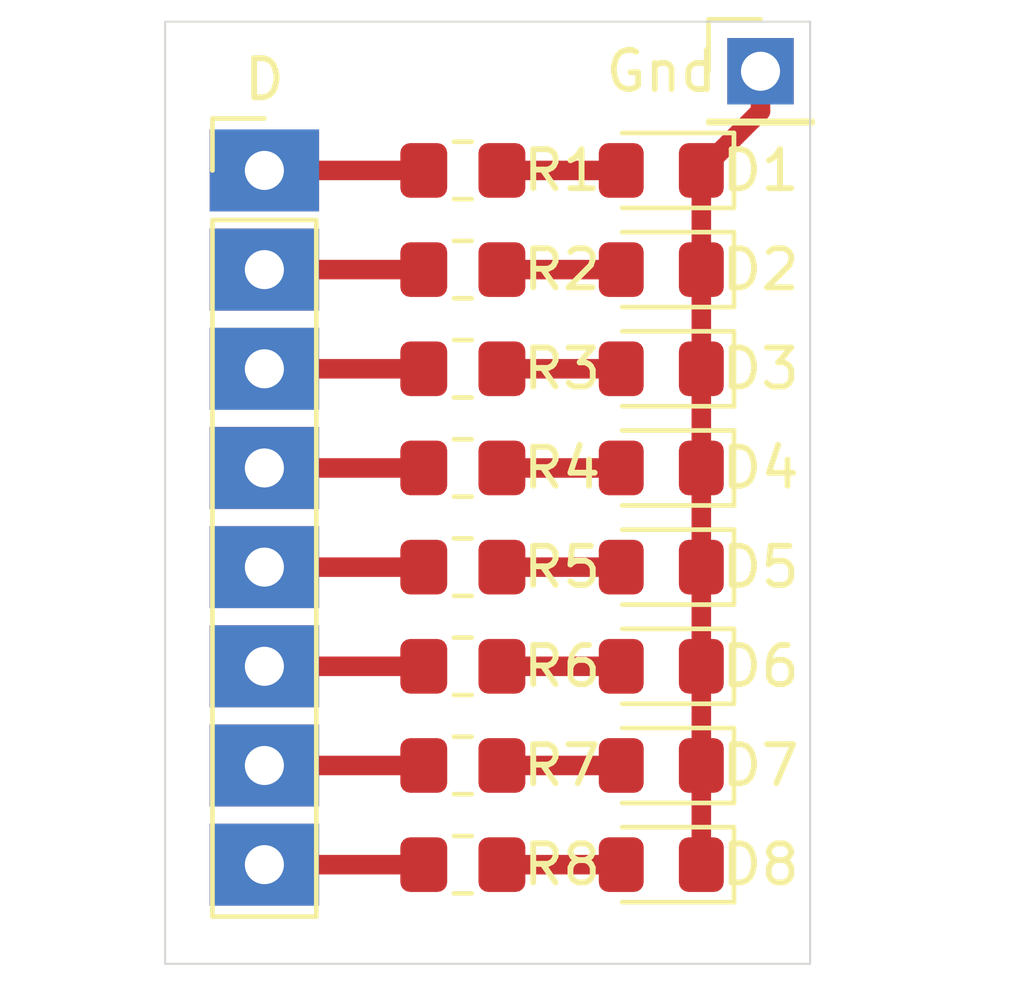
<source format=kicad_pcb>
(kicad_pcb (version 20171130) (host pcbnew "(5.1.8)-1")

  (general
    (thickness 1.6)
    (drawings 4)
    (tracks 19)
    (zones 0)
    (modules 18)
    (nets 18)
  )

  (page A4 portrait)
  (layers
    (0 F.Cu signal)
    (31 B.Cu signal)
    (32 B.Adhes user)
    (33 F.Adhes user)
    (34 B.Paste user)
    (35 F.Paste user)
    (36 B.SilkS user)
    (37 F.SilkS user)
    (38 B.Mask user)
    (39 F.Mask user)
    (40 Dwgs.User user)
    (41 Cmts.User user)
    (42 Eco1.User user)
    (43 Eco2.User user)
    (44 Edge.Cuts user)
    (45 Margin user)
    (46 B.CrtYd user)
    (47 F.CrtYd user)
    (48 B.Fab user)
    (49 F.Fab user)
  )

  (setup
    (last_trace_width 0.25)
    (user_trace_width 0.5)
    (user_trace_width 0.6)
    (trace_clearance 0.2)
    (zone_clearance 0.508)
    (zone_45_only no)
    (trace_min 0.2)
    (via_size 0.8)
    (via_drill 0.4)
    (via_min_size 0.4)
    (via_min_drill 0.3)
    (uvia_size 0.3)
    (uvia_drill 0.1)
    (uvias_allowed no)
    (uvia_min_size 0.2)
    (uvia_min_drill 0.1)
    (edge_width 0.05)
    (segment_width 0.2)
    (pcb_text_width 0.3)
    (pcb_text_size 1.5 1.5)
    (mod_edge_width 0.12)
    (mod_text_size 1 1)
    (mod_text_width 0.15)
    (pad_size 1.7 1.7)
    (pad_drill 1)
    (pad_to_mask_clearance 0)
    (aux_axis_origin 0 0)
    (visible_elements 7FFFFFFF)
    (pcbplotparams
      (layerselection 0x010fc_ffffffff)
      (usegerberextensions false)
      (usegerberattributes true)
      (usegerberadvancedattributes true)
      (creategerberjobfile false)
      (excludeedgelayer true)
      (linewidth 0.100000)
      (plotframeref false)
      (viasonmask false)
      (mode 1)
      (useauxorigin false)
      (hpglpennumber 1)
      (hpglpenspeed 20)
      (hpglpendiameter 15.000000)
      (psnegative false)
      (psa4output false)
      (plotreference true)
      (plotvalue true)
      (plotinvisibletext false)
      (padsonsilk false)
      (subtractmaskfromsilk false)
      (outputformat 1)
      (mirror false)
      (drillshape 0)
      (scaleselection 1)
      (outputdirectory "gerber/"))
  )

  (net 0 "")
  (net 1 "Net-(D1-Pad2)")
  (net 2 "Net-(D1-Pad1)")
  (net 3 "Net-(D2-Pad2)")
  (net 4 "Net-(D3-Pad2)")
  (net 5 "Net-(D4-Pad2)")
  (net 6 "Net-(D5-Pad2)")
  (net 7 "Net-(D6-Pad2)")
  (net 8 "Net-(D7-Pad2)")
  (net 9 "Net-(D8-Pad2)")
  (net 10 "Net-(J1-Pad1)")
  (net 11 "Net-(J1-Pad2)")
  (net 12 "Net-(J1-Pad3)")
  (net 13 "Net-(J1-Pad4)")
  (net 14 "Net-(J1-Pad5)")
  (net 15 "Net-(J1-Pad6)")
  (net 16 "Net-(J1-Pad7)")
  (net 17 "Net-(J1-Pad8)")

  (net_class Default "This is the default net class."
    (clearance 0.2)
    (trace_width 0.25)
    (via_dia 0.8)
    (via_drill 0.4)
    (uvia_dia 0.3)
    (uvia_drill 0.1)
    (add_net "Net-(D1-Pad1)")
    (add_net "Net-(D1-Pad2)")
    (add_net "Net-(D2-Pad2)")
    (add_net "Net-(D3-Pad2)")
    (add_net "Net-(D4-Pad2)")
    (add_net "Net-(D5-Pad2)")
    (add_net "Net-(D6-Pad2)")
    (add_net "Net-(D7-Pad2)")
    (add_net "Net-(D8-Pad2)")
    (add_net "Net-(J1-Pad1)")
    (add_net "Net-(J1-Pad2)")
    (add_net "Net-(J1-Pad3)")
    (add_net "Net-(J1-Pad4)")
    (add_net "Net-(J1-Pad5)")
    (add_net "Net-(J1-Pad6)")
    (add_net "Net-(J1-Pad7)")
    (add_net "Net-(J1-Pad8)")
  )

  (module LED_SMD:LED_0805_2012Metric_Pad1.15x1.40mm_HandSolder (layer F.Cu) (tedit 5F68FEF1) (tstamp 635217E0)
    (at 76.2 25.4 180)
    (descr "LED SMD 0805 (2012 Metric), square (rectangular) end terminal, IPC_7351 nominal, (Body size source: https://docs.google.com/spreadsheets/d/1BsfQQcO9C6DZCsRaXUlFlo91Tg2WpOkGARC1WS5S8t0/edit?usp=sharing), generated with kicad-footprint-generator")
    (tags "LED handsolder")
    (path /6351B56E)
    (attr smd)
    (fp_text reference D1 (at -2.54 0) (layer F.SilkS)
      (effects (font (size 1 1) (thickness 0.15)))
    )
    (fp_text value LED (at 0 1.65) (layer F.Fab)
      (effects (font (size 1 1) (thickness 0.15)))
    )
    (fp_line (start 1.85 0.95) (end -1.85 0.95) (layer F.CrtYd) (width 0.05))
    (fp_line (start 1.85 -0.95) (end 1.85 0.95) (layer F.CrtYd) (width 0.05))
    (fp_line (start -1.85 -0.95) (end 1.85 -0.95) (layer F.CrtYd) (width 0.05))
    (fp_line (start -1.85 0.95) (end -1.85 -0.95) (layer F.CrtYd) (width 0.05))
    (fp_line (start -1.86 0.96) (end 1 0.96) (layer F.SilkS) (width 0.12))
    (fp_line (start -1.86 -0.96) (end -1.86 0.96) (layer F.SilkS) (width 0.12))
    (fp_line (start 1 -0.96) (end -1.86 -0.96) (layer F.SilkS) (width 0.12))
    (fp_line (start 1 0.6) (end 1 -0.6) (layer F.Fab) (width 0.1))
    (fp_line (start -1 0.6) (end 1 0.6) (layer F.Fab) (width 0.1))
    (fp_line (start -1 -0.3) (end -1 0.6) (layer F.Fab) (width 0.1))
    (fp_line (start -0.7 -0.6) (end -1 -0.3) (layer F.Fab) (width 0.1))
    (fp_line (start 1 -0.6) (end -0.7 -0.6) (layer F.Fab) (width 0.1))
    (fp_text user %R (at 0 0) (layer F.Fab)
      (effects (font (size 0.5 0.5) (thickness 0.08)))
    )
    (pad 2 smd roundrect (at 1.025 0 180) (size 1.15 1.4) (layers F.Cu F.Paste F.Mask) (roundrect_rratio 0.2173904347826087)
      (net 1 "Net-(D1-Pad2)"))
    (pad 1 smd roundrect (at -1.025 0 180) (size 1.15 1.4) (layers F.Cu F.Paste F.Mask) (roundrect_rratio 0.2173904347826087)
      (net 2 "Net-(D1-Pad1)"))
    (model ${KISYS3DMOD}/LED_SMD.3dshapes/LED_0805_2012Metric.wrl
      (at (xyz 0 0 0))
      (scale (xyz 1 1 1))
      (rotate (xyz 0 0 0))
    )
  )

  (module LED_SMD:LED_0805_2012Metric_Pad1.15x1.40mm_HandSolder (layer F.Cu) (tedit 5F68FEF1) (tstamp 635217F3)
    (at 76.2 27.94 180)
    (descr "LED SMD 0805 (2012 Metric), square (rectangular) end terminal, IPC_7351 nominal, (Body size source: https://docs.google.com/spreadsheets/d/1BsfQQcO9C6DZCsRaXUlFlo91Tg2WpOkGARC1WS5S8t0/edit?usp=sharing), generated with kicad-footprint-generator")
    (tags "LED handsolder")
    (path /6351EA4D)
    (attr smd)
    (fp_text reference D2 (at -2.54 0) (layer F.SilkS)
      (effects (font (size 1 1) (thickness 0.15)))
    )
    (fp_text value LED (at 0 1.65) (layer F.Fab)
      (effects (font (size 1 1) (thickness 0.15)))
    )
    (fp_line (start 1 -0.6) (end -0.7 -0.6) (layer F.Fab) (width 0.1))
    (fp_line (start -0.7 -0.6) (end -1 -0.3) (layer F.Fab) (width 0.1))
    (fp_line (start -1 -0.3) (end -1 0.6) (layer F.Fab) (width 0.1))
    (fp_line (start -1 0.6) (end 1 0.6) (layer F.Fab) (width 0.1))
    (fp_line (start 1 0.6) (end 1 -0.6) (layer F.Fab) (width 0.1))
    (fp_line (start 1 -0.96) (end -1.86 -0.96) (layer F.SilkS) (width 0.12))
    (fp_line (start -1.86 -0.96) (end -1.86 0.96) (layer F.SilkS) (width 0.12))
    (fp_line (start -1.86 0.96) (end 1 0.96) (layer F.SilkS) (width 0.12))
    (fp_line (start -1.85 0.95) (end -1.85 -0.95) (layer F.CrtYd) (width 0.05))
    (fp_line (start -1.85 -0.95) (end 1.85 -0.95) (layer F.CrtYd) (width 0.05))
    (fp_line (start 1.85 -0.95) (end 1.85 0.95) (layer F.CrtYd) (width 0.05))
    (fp_line (start 1.85 0.95) (end -1.85 0.95) (layer F.CrtYd) (width 0.05))
    (fp_text user %R (at 0 0) (layer F.Fab)
      (effects (font (size 0.5 0.5) (thickness 0.08)))
    )
    (pad 1 smd roundrect (at -1.025 0 180) (size 1.15 1.4) (layers F.Cu F.Paste F.Mask) (roundrect_rratio 0.2173904347826087)
      (net 2 "Net-(D1-Pad1)"))
    (pad 2 smd roundrect (at 1.025 0 180) (size 1.15 1.4) (layers F.Cu F.Paste F.Mask) (roundrect_rratio 0.2173904347826087)
      (net 3 "Net-(D2-Pad2)"))
    (model ${KISYS3DMOD}/LED_SMD.3dshapes/LED_0805_2012Metric.wrl
      (at (xyz 0 0 0))
      (scale (xyz 1 1 1))
      (rotate (xyz 0 0 0))
    )
  )

  (module LED_SMD:LED_0805_2012Metric_Pad1.15x1.40mm_HandSolder (layer F.Cu) (tedit 5F68FEF1) (tstamp 63521806)
    (at 76.2 30.48 180)
    (descr "LED SMD 0805 (2012 Metric), square (rectangular) end terminal, IPC_7351 nominal, (Body size source: https://docs.google.com/spreadsheets/d/1BsfQQcO9C6DZCsRaXUlFlo91Tg2WpOkGARC1WS5S8t0/edit?usp=sharing), generated with kicad-footprint-generator")
    (tags "LED handsolder")
    (path /6351F125)
    (attr smd)
    (fp_text reference D3 (at -2.54 0) (layer F.SilkS)
      (effects (font (size 1 1) (thickness 0.15)))
    )
    (fp_text value LED (at 0 1.65) (layer F.Fab)
      (effects (font (size 1 1) (thickness 0.15)))
    )
    (fp_line (start 1.85 0.95) (end -1.85 0.95) (layer F.CrtYd) (width 0.05))
    (fp_line (start 1.85 -0.95) (end 1.85 0.95) (layer F.CrtYd) (width 0.05))
    (fp_line (start -1.85 -0.95) (end 1.85 -0.95) (layer F.CrtYd) (width 0.05))
    (fp_line (start -1.85 0.95) (end -1.85 -0.95) (layer F.CrtYd) (width 0.05))
    (fp_line (start -1.86 0.96) (end 1 0.96) (layer F.SilkS) (width 0.12))
    (fp_line (start -1.86 -0.96) (end -1.86 0.96) (layer F.SilkS) (width 0.12))
    (fp_line (start 1 -0.96) (end -1.86 -0.96) (layer F.SilkS) (width 0.12))
    (fp_line (start 1 0.6) (end 1 -0.6) (layer F.Fab) (width 0.1))
    (fp_line (start -1 0.6) (end 1 0.6) (layer F.Fab) (width 0.1))
    (fp_line (start -1 -0.3) (end -1 0.6) (layer F.Fab) (width 0.1))
    (fp_line (start -0.7 -0.6) (end -1 -0.3) (layer F.Fab) (width 0.1))
    (fp_line (start 1 -0.6) (end -0.7 -0.6) (layer F.Fab) (width 0.1))
    (fp_text user %R (at 0 0) (layer F.Fab)
      (effects (font (size 0.5 0.5) (thickness 0.08)))
    )
    (pad 2 smd roundrect (at 1.025 0 180) (size 1.15 1.4) (layers F.Cu F.Paste F.Mask) (roundrect_rratio 0.2173904347826087)
      (net 4 "Net-(D3-Pad2)"))
    (pad 1 smd roundrect (at -1.025 0 180) (size 1.15 1.4) (layers F.Cu F.Paste F.Mask) (roundrect_rratio 0.2173904347826087)
      (net 2 "Net-(D1-Pad1)"))
    (model ${KISYS3DMOD}/LED_SMD.3dshapes/LED_0805_2012Metric.wrl
      (at (xyz 0 0 0))
      (scale (xyz 1 1 1))
      (rotate (xyz 0 0 0))
    )
  )

  (module LED_SMD:LED_0805_2012Metric_Pad1.15x1.40mm_HandSolder (layer F.Cu) (tedit 5F68FEF1) (tstamp 63521819)
    (at 76.2 33.02 180)
    (descr "LED SMD 0805 (2012 Metric), square (rectangular) end terminal, IPC_7351 nominal, (Body size source: https://docs.google.com/spreadsheets/d/1BsfQQcO9C6DZCsRaXUlFlo91Tg2WpOkGARC1WS5S8t0/edit?usp=sharing), generated with kicad-footprint-generator")
    (tags "LED handsolder")
    (path /6351F75D)
    (attr smd)
    (fp_text reference D4 (at -2.54 0) (layer F.SilkS)
      (effects (font (size 1 1) (thickness 0.15)))
    )
    (fp_text value LED (at 0 1.65) (layer F.Fab)
      (effects (font (size 1 1) (thickness 0.15)))
    )
    (fp_line (start 1 -0.6) (end -0.7 -0.6) (layer F.Fab) (width 0.1))
    (fp_line (start -0.7 -0.6) (end -1 -0.3) (layer F.Fab) (width 0.1))
    (fp_line (start -1 -0.3) (end -1 0.6) (layer F.Fab) (width 0.1))
    (fp_line (start -1 0.6) (end 1 0.6) (layer F.Fab) (width 0.1))
    (fp_line (start 1 0.6) (end 1 -0.6) (layer F.Fab) (width 0.1))
    (fp_line (start 1 -0.96) (end -1.86 -0.96) (layer F.SilkS) (width 0.12))
    (fp_line (start -1.86 -0.96) (end -1.86 0.96) (layer F.SilkS) (width 0.12))
    (fp_line (start -1.86 0.96) (end 1 0.96) (layer F.SilkS) (width 0.12))
    (fp_line (start -1.85 0.95) (end -1.85 -0.95) (layer F.CrtYd) (width 0.05))
    (fp_line (start -1.85 -0.95) (end 1.85 -0.95) (layer F.CrtYd) (width 0.05))
    (fp_line (start 1.85 -0.95) (end 1.85 0.95) (layer F.CrtYd) (width 0.05))
    (fp_line (start 1.85 0.95) (end -1.85 0.95) (layer F.CrtYd) (width 0.05))
    (fp_text user %R (at 0 0) (layer F.Fab)
      (effects (font (size 0.5 0.5) (thickness 0.08)))
    )
    (pad 1 smd roundrect (at -1.025 0 180) (size 1.15 1.4) (layers F.Cu F.Paste F.Mask) (roundrect_rratio 0.2173904347826087)
      (net 2 "Net-(D1-Pad1)"))
    (pad 2 smd roundrect (at 1.025 0 180) (size 1.15 1.4) (layers F.Cu F.Paste F.Mask) (roundrect_rratio 0.2173904347826087)
      (net 5 "Net-(D4-Pad2)"))
    (model ${KISYS3DMOD}/LED_SMD.3dshapes/LED_0805_2012Metric.wrl
      (at (xyz 0 0 0))
      (scale (xyz 1 1 1))
      (rotate (xyz 0 0 0))
    )
  )

  (module LED_SMD:LED_0805_2012Metric_Pad1.15x1.40mm_HandSolder (layer F.Cu) (tedit 5F68FEF1) (tstamp 6352182C)
    (at 76.2 35.56 180)
    (descr "LED SMD 0805 (2012 Metric), square (rectangular) end terminal, IPC_7351 nominal, (Body size source: https://docs.google.com/spreadsheets/d/1BsfQQcO9C6DZCsRaXUlFlo91Tg2WpOkGARC1WS5S8t0/edit?usp=sharing), generated with kicad-footprint-generator")
    (tags "LED handsolder")
    (path /6351FD61)
    (attr smd)
    (fp_text reference D5 (at -2.54 0) (layer F.SilkS)
      (effects (font (size 1 1) (thickness 0.15)))
    )
    (fp_text value LED (at 0 1.65) (layer F.Fab)
      (effects (font (size 1 1) (thickness 0.15)))
    )
    (fp_line (start 1 -0.6) (end -0.7 -0.6) (layer F.Fab) (width 0.1))
    (fp_line (start -0.7 -0.6) (end -1 -0.3) (layer F.Fab) (width 0.1))
    (fp_line (start -1 -0.3) (end -1 0.6) (layer F.Fab) (width 0.1))
    (fp_line (start -1 0.6) (end 1 0.6) (layer F.Fab) (width 0.1))
    (fp_line (start 1 0.6) (end 1 -0.6) (layer F.Fab) (width 0.1))
    (fp_line (start 1 -0.96) (end -1.86 -0.96) (layer F.SilkS) (width 0.12))
    (fp_line (start -1.86 -0.96) (end -1.86 0.96) (layer F.SilkS) (width 0.12))
    (fp_line (start -1.86 0.96) (end 1 0.96) (layer F.SilkS) (width 0.12))
    (fp_line (start -1.85 0.95) (end -1.85 -0.95) (layer F.CrtYd) (width 0.05))
    (fp_line (start -1.85 -0.95) (end 1.85 -0.95) (layer F.CrtYd) (width 0.05))
    (fp_line (start 1.85 -0.95) (end 1.85 0.95) (layer F.CrtYd) (width 0.05))
    (fp_line (start 1.85 0.95) (end -1.85 0.95) (layer F.CrtYd) (width 0.05))
    (fp_text user %R (at 0 0) (layer F.Fab)
      (effects (font (size 0.5 0.5) (thickness 0.08)))
    )
    (pad 1 smd roundrect (at -1.025 0 180) (size 1.15 1.4) (layers F.Cu F.Paste F.Mask) (roundrect_rratio 0.2173904347826087)
      (net 2 "Net-(D1-Pad1)"))
    (pad 2 smd roundrect (at 1.025 0 180) (size 1.15 1.4) (layers F.Cu F.Paste F.Mask) (roundrect_rratio 0.2173904347826087)
      (net 6 "Net-(D5-Pad2)"))
    (model ${KISYS3DMOD}/LED_SMD.3dshapes/LED_0805_2012Metric.wrl
      (at (xyz 0 0 0))
      (scale (xyz 1 1 1))
      (rotate (xyz 0 0 0))
    )
  )

  (module LED_SMD:LED_0805_2012Metric_Pad1.15x1.40mm_HandSolder (layer F.Cu) (tedit 5F68FEF1) (tstamp 6352183F)
    (at 76.2 38.1 180)
    (descr "LED SMD 0805 (2012 Metric), square (rectangular) end terminal, IPC_7351 nominal, (Body size source: https://docs.google.com/spreadsheets/d/1BsfQQcO9C6DZCsRaXUlFlo91Tg2WpOkGARC1WS5S8t0/edit?usp=sharing), generated with kicad-footprint-generator")
    (tags "LED handsolder")
    (path /63520381)
    (attr smd)
    (fp_text reference D6 (at -2.54 0) (layer F.SilkS)
      (effects (font (size 1 1) (thickness 0.15)))
    )
    (fp_text value LED (at 0 1.65) (layer F.Fab)
      (effects (font (size 1 1) (thickness 0.15)))
    )
    (fp_line (start 1.85 0.95) (end -1.85 0.95) (layer F.CrtYd) (width 0.05))
    (fp_line (start 1.85 -0.95) (end 1.85 0.95) (layer F.CrtYd) (width 0.05))
    (fp_line (start -1.85 -0.95) (end 1.85 -0.95) (layer F.CrtYd) (width 0.05))
    (fp_line (start -1.85 0.95) (end -1.85 -0.95) (layer F.CrtYd) (width 0.05))
    (fp_line (start -1.86 0.96) (end 1 0.96) (layer F.SilkS) (width 0.12))
    (fp_line (start -1.86 -0.96) (end -1.86 0.96) (layer F.SilkS) (width 0.12))
    (fp_line (start 1 -0.96) (end -1.86 -0.96) (layer F.SilkS) (width 0.12))
    (fp_line (start 1 0.6) (end 1 -0.6) (layer F.Fab) (width 0.1))
    (fp_line (start -1 0.6) (end 1 0.6) (layer F.Fab) (width 0.1))
    (fp_line (start -1 -0.3) (end -1 0.6) (layer F.Fab) (width 0.1))
    (fp_line (start -0.7 -0.6) (end -1 -0.3) (layer F.Fab) (width 0.1))
    (fp_line (start 1 -0.6) (end -0.7 -0.6) (layer F.Fab) (width 0.1))
    (fp_text user %R (at 0 0) (layer F.Fab)
      (effects (font (size 0.5 0.5) (thickness 0.08)))
    )
    (pad 2 smd roundrect (at 1.025 0 180) (size 1.15 1.4) (layers F.Cu F.Paste F.Mask) (roundrect_rratio 0.2173904347826087)
      (net 7 "Net-(D6-Pad2)"))
    (pad 1 smd roundrect (at -1.025 0 180) (size 1.15 1.4) (layers F.Cu F.Paste F.Mask) (roundrect_rratio 0.2173904347826087)
      (net 2 "Net-(D1-Pad1)"))
    (model ${KISYS3DMOD}/LED_SMD.3dshapes/LED_0805_2012Metric.wrl
      (at (xyz 0 0 0))
      (scale (xyz 1 1 1))
      (rotate (xyz 0 0 0))
    )
  )

  (module LED_SMD:LED_0805_2012Metric_Pad1.15x1.40mm_HandSolder (layer F.Cu) (tedit 5F68FEF1) (tstamp 63521852)
    (at 76.2 40.64 180)
    (descr "LED SMD 0805 (2012 Metric), square (rectangular) end terminal, IPC_7351 nominal, (Body size source: https://docs.google.com/spreadsheets/d/1BsfQQcO9C6DZCsRaXUlFlo91Tg2WpOkGARC1WS5S8t0/edit?usp=sharing), generated with kicad-footprint-generator")
    (tags "LED handsolder")
    (path /635207FB)
    (attr smd)
    (fp_text reference D7 (at -2.54 0) (layer F.SilkS)
      (effects (font (size 1 1) (thickness 0.15)))
    )
    (fp_text value LED (at 0 1.65) (layer F.Fab)
      (effects (font (size 1 1) (thickness 0.15)))
    )
    (fp_line (start 1 -0.6) (end -0.7 -0.6) (layer F.Fab) (width 0.1))
    (fp_line (start -0.7 -0.6) (end -1 -0.3) (layer F.Fab) (width 0.1))
    (fp_line (start -1 -0.3) (end -1 0.6) (layer F.Fab) (width 0.1))
    (fp_line (start -1 0.6) (end 1 0.6) (layer F.Fab) (width 0.1))
    (fp_line (start 1 0.6) (end 1 -0.6) (layer F.Fab) (width 0.1))
    (fp_line (start 1 -0.96) (end -1.86 -0.96) (layer F.SilkS) (width 0.12))
    (fp_line (start -1.86 -0.96) (end -1.86 0.96) (layer F.SilkS) (width 0.12))
    (fp_line (start -1.86 0.96) (end 1 0.96) (layer F.SilkS) (width 0.12))
    (fp_line (start -1.85 0.95) (end -1.85 -0.95) (layer F.CrtYd) (width 0.05))
    (fp_line (start -1.85 -0.95) (end 1.85 -0.95) (layer F.CrtYd) (width 0.05))
    (fp_line (start 1.85 -0.95) (end 1.85 0.95) (layer F.CrtYd) (width 0.05))
    (fp_line (start 1.85 0.95) (end -1.85 0.95) (layer F.CrtYd) (width 0.05))
    (fp_text user %R (at 0 0) (layer F.Fab)
      (effects (font (size 0.5 0.5) (thickness 0.08)))
    )
    (pad 1 smd roundrect (at -1.025 0 180) (size 1.15 1.4) (layers F.Cu F.Paste F.Mask) (roundrect_rratio 0.2173904347826087)
      (net 2 "Net-(D1-Pad1)"))
    (pad 2 smd roundrect (at 1.025 0 180) (size 1.15 1.4) (layers F.Cu F.Paste F.Mask) (roundrect_rratio 0.2173904347826087)
      (net 8 "Net-(D7-Pad2)"))
    (model ${KISYS3DMOD}/LED_SMD.3dshapes/LED_0805_2012Metric.wrl
      (at (xyz 0 0 0))
      (scale (xyz 1 1 1))
      (rotate (xyz 0 0 0))
    )
  )

  (module LED_SMD:LED_0805_2012Metric_Pad1.15x1.40mm_HandSolder (layer F.Cu) (tedit 5F68FEF1) (tstamp 63521865)
    (at 76.2 43.18 180)
    (descr "LED SMD 0805 (2012 Metric), square (rectangular) end terminal, IPC_7351 nominal, (Body size source: https://docs.google.com/spreadsheets/d/1BsfQQcO9C6DZCsRaXUlFlo91Tg2WpOkGARC1WS5S8t0/edit?usp=sharing), generated with kicad-footprint-generator")
    (tags "LED handsolder")
    (path /63520E5F)
    (attr smd)
    (fp_text reference D8 (at -2.54 0) (layer F.SilkS)
      (effects (font (size 1 1) (thickness 0.15)))
    )
    (fp_text value LED (at 0 1.65) (layer F.Fab)
      (effects (font (size 1 1) (thickness 0.15)))
    )
    (fp_line (start 1.85 0.95) (end -1.85 0.95) (layer F.CrtYd) (width 0.05))
    (fp_line (start 1.85 -0.95) (end 1.85 0.95) (layer F.CrtYd) (width 0.05))
    (fp_line (start -1.85 -0.95) (end 1.85 -0.95) (layer F.CrtYd) (width 0.05))
    (fp_line (start -1.85 0.95) (end -1.85 -0.95) (layer F.CrtYd) (width 0.05))
    (fp_line (start -1.86 0.96) (end 1 0.96) (layer F.SilkS) (width 0.12))
    (fp_line (start -1.86 -0.96) (end -1.86 0.96) (layer F.SilkS) (width 0.12))
    (fp_line (start 1 -0.96) (end -1.86 -0.96) (layer F.SilkS) (width 0.12))
    (fp_line (start 1 0.6) (end 1 -0.6) (layer F.Fab) (width 0.1))
    (fp_line (start -1 0.6) (end 1 0.6) (layer F.Fab) (width 0.1))
    (fp_line (start -1 -0.3) (end -1 0.6) (layer F.Fab) (width 0.1))
    (fp_line (start -0.7 -0.6) (end -1 -0.3) (layer F.Fab) (width 0.1))
    (fp_line (start 1 -0.6) (end -0.7 -0.6) (layer F.Fab) (width 0.1))
    (fp_text user %R (at 0 0) (layer F.Fab)
      (effects (font (size 0.5 0.5) (thickness 0.08)))
    )
    (pad 2 smd roundrect (at 1.025 0 180) (size 1.15 1.4) (layers F.Cu F.Paste F.Mask) (roundrect_rratio 0.2173904347826087)
      (net 9 "Net-(D8-Pad2)"))
    (pad 1 smd roundrect (at -1.025 0 180) (size 1.15 1.4) (layers F.Cu F.Paste F.Mask) (roundrect_rratio 0.2173904347826087)
      (net 2 "Net-(D1-Pad1)"))
    (model ${KISYS3DMOD}/LED_SMD.3dshapes/LED_0805_2012Metric.wrl
      (at (xyz 0 0 0))
      (scale (xyz 1 1 1))
      (rotate (xyz 0 0 0))
    )
  )

  (module Connector_PinHeader_2.54mm:PinHeader_1x08_P2.54mm_Vertical (layer F.Cu) (tedit 6351B809) (tstamp 63521881)
    (at 66.04 25.4)
    (descr "Through hole straight pin header, 1x08, 2.54mm pitch, single row")
    (tags "Through hole pin header THT 1x08 2.54mm single row")
    (path /6351BB09)
    (fp_text reference D (at 0 -2.33) (layer F.SilkS)
      (effects (font (size 1 1) (thickness 0.15)))
    )
    (fp_text value Conn_01x08_Male (at 0 20.11) (layer F.Fab)
      (effects (font (size 1 1) (thickness 0.15)))
    )
    (fp_line (start -0.635 -1.27) (end 1.27 -1.27) (layer F.Fab) (width 0.1))
    (fp_line (start 1.27 -1.27) (end 1.27 19.05) (layer F.Fab) (width 0.1))
    (fp_line (start 1.27 19.05) (end -1.27 19.05) (layer F.Fab) (width 0.1))
    (fp_line (start -1.27 19.05) (end -1.27 -0.635) (layer F.Fab) (width 0.1))
    (fp_line (start -1.27 -0.635) (end -0.635 -1.27) (layer F.Fab) (width 0.1))
    (fp_line (start -1.33 19.11) (end 1.33 19.11) (layer F.SilkS) (width 0.12))
    (fp_line (start -1.33 1.27) (end -1.33 19.11) (layer F.SilkS) (width 0.12))
    (fp_line (start 1.33 1.27) (end 1.33 19.11) (layer F.SilkS) (width 0.12))
    (fp_line (start -1.33 1.27) (end 1.33 1.27) (layer F.SilkS) (width 0.12))
    (fp_line (start -1.33 0) (end -1.33 -1.33) (layer F.SilkS) (width 0.12))
    (fp_line (start -1.33 -1.33) (end 0 -1.33) (layer F.SilkS) (width 0.12))
    (fp_line (start -1.8 -1.8) (end -1.8 19.55) (layer F.CrtYd) (width 0.05))
    (fp_line (start -1.8 19.55) (end 1.8 19.55) (layer F.CrtYd) (width 0.05))
    (fp_line (start 1.8 19.55) (end 1.8 -1.8) (layer F.CrtYd) (width 0.05))
    (fp_line (start 1.8 -1.8) (end -1.8 -1.8) (layer F.CrtYd) (width 0.05))
    (fp_text user %R (at 0 8.89 90) (layer F.Fab)
      (effects (font (size 1 1) (thickness 0.15)))
    )
    (pad 1 thru_hole rect (at 0 0) (size 2.8 2.1) (drill 1) (layers *.Cu *.Mask)
      (net 10 "Net-(J1-Pad1)"))
    (pad 2 thru_hole rect (at 0 2.54) (size 2.8 2.1) (drill 1) (layers *.Cu *.Mask)
      (net 11 "Net-(J1-Pad2)"))
    (pad 3 thru_hole rect (at 0 5.08) (size 2.8 2.1) (drill 1) (layers *.Cu *.Mask)
      (net 12 "Net-(J1-Pad3)"))
    (pad 4 thru_hole rect (at 0 7.62) (size 2.8 2.1) (drill 1) (layers *.Cu *.Mask)
      (net 13 "Net-(J1-Pad4)"))
    (pad 5 thru_hole rect (at 0 10.16) (size 2.8 2.1) (drill 1) (layers *.Cu *.Mask)
      (net 14 "Net-(J1-Pad5)"))
    (pad 6 thru_hole rect (at 0 12.7) (size 2.8 2.1) (drill 1) (layers *.Cu *.Mask)
      (net 15 "Net-(J1-Pad6)"))
    (pad 7 thru_hole rect (at 0 15.24) (size 2.8 2.1) (drill 1) (layers *.Cu *.Mask)
      (net 16 "Net-(J1-Pad7)"))
    (pad 8 thru_hole rect (at 0 17.78) (size 2.8 2.1) (drill 1) (layers *.Cu *.Mask)
      (net 17 "Net-(J1-Pad8)"))
    (model ${KISYS3DMOD}/Connector_PinHeader_2.54mm.3dshapes/PinHeader_1x08_P2.54mm_Vertical.wrl
      (at (xyz 0 0 0))
      (scale (xyz 1 1 1))
      (rotate (xyz 0 0 0))
    )
  )

  (module Connector_PinHeader_2.54mm:PinHeader_1x01_P2.54mm_Vertical (layer F.Cu) (tedit 59FED5CC) (tstamp 63521896)
    (at 78.74 22.86)
    (descr "Through hole straight pin header, 1x01, 2.54mm pitch, single row")
    (tags "Through hole pin header THT 1x01 2.54mm single row")
    (path /6351C5C5)
    (fp_text reference Gnd (at -2.54 0) (layer F.SilkS)
      (effects (font (size 1 1) (thickness 0.15)))
    )
    (fp_text value Conn_01x01_Male (at 0 2.33) (layer F.Fab)
      (effects (font (size 1 1) (thickness 0.15)))
    )
    (fp_line (start -0.635 -1.27) (end 1.27 -1.27) (layer F.Fab) (width 0.1))
    (fp_line (start 1.27 -1.27) (end 1.27 1.27) (layer F.Fab) (width 0.1))
    (fp_line (start 1.27 1.27) (end -1.27 1.27) (layer F.Fab) (width 0.1))
    (fp_line (start -1.27 1.27) (end -1.27 -0.635) (layer F.Fab) (width 0.1))
    (fp_line (start -1.27 -0.635) (end -0.635 -1.27) (layer F.Fab) (width 0.1))
    (fp_line (start -1.33 1.33) (end 1.33 1.33) (layer F.SilkS) (width 0.12))
    (fp_line (start -1.33 1.27) (end -1.33 1.33) (layer F.SilkS) (width 0.12))
    (fp_line (start 1.33 1.27) (end 1.33 1.33) (layer F.SilkS) (width 0.12))
    (fp_line (start -1.33 1.27) (end 1.33 1.27) (layer F.SilkS) (width 0.12))
    (fp_line (start -1.33 0) (end -1.33 -1.33) (layer F.SilkS) (width 0.12))
    (fp_line (start -1.33 -1.33) (end 0 -1.33) (layer F.SilkS) (width 0.12))
    (fp_line (start -1.8 -1.8) (end -1.8 1.8) (layer F.CrtYd) (width 0.05))
    (fp_line (start -1.8 1.8) (end 1.8 1.8) (layer F.CrtYd) (width 0.05))
    (fp_line (start 1.8 1.8) (end 1.8 -1.8) (layer F.CrtYd) (width 0.05))
    (fp_line (start 1.8 -1.8) (end -1.8 -1.8) (layer F.CrtYd) (width 0.05))
    (fp_text user %R (at 0 0 90) (layer F.Fab)
      (effects (font (size 1 1) (thickness 0.15)))
    )
    (pad 1 thru_hole rect (at 0 0) (size 1.7 1.7) (drill 1) (layers *.Cu *.Mask)
      (net 2 "Net-(D1-Pad1)"))
    (model ${KISYS3DMOD}/Connector_PinHeader_2.54mm.3dshapes/PinHeader_1x01_P2.54mm_Vertical.wrl
      (at (xyz 0 0 0))
      (scale (xyz 1 1 1))
      (rotate (xyz 0 0 0))
    )
  )

  (module Resistor_SMD:R_0805_2012Metric_Pad1.20x1.40mm_HandSolder (layer F.Cu) (tedit 5F68FEEE) (tstamp 635218A7)
    (at 71.12 25.4 180)
    (descr "Resistor SMD 0805 (2012 Metric), square (rectangular) end terminal, IPC_7351 nominal with elongated pad for handsoldering. (Body size source: IPC-SM-782 page 72, https://www.pcb-3d.com/wordpress/wp-content/uploads/ipc-sm-782a_amendment_1_and_2.pdf), generated with kicad-footprint-generator")
    (tags "resistor handsolder")
    (path /6351B291)
    (attr smd)
    (fp_text reference R1 (at -2.54 0) (layer F.SilkS)
      (effects (font (size 1 1) (thickness 0.15)))
    )
    (fp_text value 1k (at 0 1.65) (layer F.Fab)
      (effects (font (size 1 1) (thickness 0.15)))
    )
    (fp_line (start 1.85 0.95) (end -1.85 0.95) (layer F.CrtYd) (width 0.05))
    (fp_line (start 1.85 -0.95) (end 1.85 0.95) (layer F.CrtYd) (width 0.05))
    (fp_line (start -1.85 -0.95) (end 1.85 -0.95) (layer F.CrtYd) (width 0.05))
    (fp_line (start -1.85 0.95) (end -1.85 -0.95) (layer F.CrtYd) (width 0.05))
    (fp_line (start -0.227064 0.735) (end 0.227064 0.735) (layer F.SilkS) (width 0.12))
    (fp_line (start -0.227064 -0.735) (end 0.227064 -0.735) (layer F.SilkS) (width 0.12))
    (fp_line (start 1 0.625) (end -1 0.625) (layer F.Fab) (width 0.1))
    (fp_line (start 1 -0.625) (end 1 0.625) (layer F.Fab) (width 0.1))
    (fp_line (start -1 -0.625) (end 1 -0.625) (layer F.Fab) (width 0.1))
    (fp_line (start -1 0.625) (end -1 -0.625) (layer F.Fab) (width 0.1))
    (fp_text user %R (at 0 0) (layer F.Fab)
      (effects (font (size 0.5 0.5) (thickness 0.08)))
    )
    (pad 2 smd roundrect (at 1 0 180) (size 1.2 1.4) (layers F.Cu F.Paste F.Mask) (roundrect_rratio 0.2083325)
      (net 10 "Net-(J1-Pad1)"))
    (pad 1 smd roundrect (at -1 0 180) (size 1.2 1.4) (layers F.Cu F.Paste F.Mask) (roundrect_rratio 0.2083325)
      (net 1 "Net-(D1-Pad2)"))
    (model ${KISYS3DMOD}/Resistor_SMD.3dshapes/R_0805_2012Metric.wrl
      (at (xyz 0 0 0))
      (scale (xyz 1 1 1))
      (rotate (xyz 0 0 0))
    )
  )

  (module Resistor_SMD:R_0805_2012Metric_Pad1.20x1.40mm_HandSolder (layer F.Cu) (tedit 5F68FEEE) (tstamp 635218B8)
    (at 71.12 27.94 180)
    (descr "Resistor SMD 0805 (2012 Metric), square (rectangular) end terminal, IPC_7351 nominal with elongated pad for handsoldering. (Body size source: IPC-SM-782 page 72, https://www.pcb-3d.com/wordpress/wp-content/uploads/ipc-sm-782a_amendment_1_and_2.pdf), generated with kicad-footprint-generator")
    (tags "resistor handsolder")
    (path /6351EA47)
    (attr smd)
    (fp_text reference R2 (at -2.54 0) (layer F.SilkS)
      (effects (font (size 1 1) (thickness 0.15)))
    )
    (fp_text value 1k (at 0 1.65) (layer F.Fab)
      (effects (font (size 1 1) (thickness 0.15)))
    )
    (fp_line (start 1.85 0.95) (end -1.85 0.95) (layer F.CrtYd) (width 0.05))
    (fp_line (start 1.85 -0.95) (end 1.85 0.95) (layer F.CrtYd) (width 0.05))
    (fp_line (start -1.85 -0.95) (end 1.85 -0.95) (layer F.CrtYd) (width 0.05))
    (fp_line (start -1.85 0.95) (end -1.85 -0.95) (layer F.CrtYd) (width 0.05))
    (fp_line (start -0.227064 0.735) (end 0.227064 0.735) (layer F.SilkS) (width 0.12))
    (fp_line (start -0.227064 -0.735) (end 0.227064 -0.735) (layer F.SilkS) (width 0.12))
    (fp_line (start 1 0.625) (end -1 0.625) (layer F.Fab) (width 0.1))
    (fp_line (start 1 -0.625) (end 1 0.625) (layer F.Fab) (width 0.1))
    (fp_line (start -1 -0.625) (end 1 -0.625) (layer F.Fab) (width 0.1))
    (fp_line (start -1 0.625) (end -1 -0.625) (layer F.Fab) (width 0.1))
    (fp_text user %R (at 0 0) (layer F.Fab)
      (effects (font (size 0.5 0.5) (thickness 0.08)))
    )
    (pad 2 smd roundrect (at 1 0 180) (size 1.2 1.4) (layers F.Cu F.Paste F.Mask) (roundrect_rratio 0.2083325)
      (net 11 "Net-(J1-Pad2)"))
    (pad 1 smd roundrect (at -1 0 180) (size 1.2 1.4) (layers F.Cu F.Paste F.Mask) (roundrect_rratio 0.2083325)
      (net 3 "Net-(D2-Pad2)"))
    (model ${KISYS3DMOD}/Resistor_SMD.3dshapes/R_0805_2012Metric.wrl
      (at (xyz 0 0 0))
      (scale (xyz 1 1 1))
      (rotate (xyz 0 0 0))
    )
  )

  (module Resistor_SMD:R_0805_2012Metric_Pad1.20x1.40mm_HandSolder (layer F.Cu) (tedit 5F68FEEE) (tstamp 635218C9)
    (at 71.12 30.48 180)
    (descr "Resistor SMD 0805 (2012 Metric), square (rectangular) end terminal, IPC_7351 nominal with elongated pad for handsoldering. (Body size source: IPC-SM-782 page 72, https://www.pcb-3d.com/wordpress/wp-content/uploads/ipc-sm-782a_amendment_1_and_2.pdf), generated with kicad-footprint-generator")
    (tags "resistor handsolder")
    (path /6351F11F)
    (attr smd)
    (fp_text reference R3 (at -2.54 0) (layer F.SilkS)
      (effects (font (size 1 1) (thickness 0.15)))
    )
    (fp_text value 1k (at 0 1.65) (layer F.Fab)
      (effects (font (size 1 1) (thickness 0.15)))
    )
    (fp_line (start 1.85 0.95) (end -1.85 0.95) (layer F.CrtYd) (width 0.05))
    (fp_line (start 1.85 -0.95) (end 1.85 0.95) (layer F.CrtYd) (width 0.05))
    (fp_line (start -1.85 -0.95) (end 1.85 -0.95) (layer F.CrtYd) (width 0.05))
    (fp_line (start -1.85 0.95) (end -1.85 -0.95) (layer F.CrtYd) (width 0.05))
    (fp_line (start -0.227064 0.735) (end 0.227064 0.735) (layer F.SilkS) (width 0.12))
    (fp_line (start -0.227064 -0.735) (end 0.227064 -0.735) (layer F.SilkS) (width 0.12))
    (fp_line (start 1 0.625) (end -1 0.625) (layer F.Fab) (width 0.1))
    (fp_line (start 1 -0.625) (end 1 0.625) (layer F.Fab) (width 0.1))
    (fp_line (start -1 -0.625) (end 1 -0.625) (layer F.Fab) (width 0.1))
    (fp_line (start -1 0.625) (end -1 -0.625) (layer F.Fab) (width 0.1))
    (fp_text user %R (at 0 0) (layer F.Fab)
      (effects (font (size 0.5 0.5) (thickness 0.08)))
    )
    (pad 2 smd roundrect (at 1 0 180) (size 1.2 1.4) (layers F.Cu F.Paste F.Mask) (roundrect_rratio 0.2083325)
      (net 12 "Net-(J1-Pad3)"))
    (pad 1 smd roundrect (at -1 0 180) (size 1.2 1.4) (layers F.Cu F.Paste F.Mask) (roundrect_rratio 0.2083325)
      (net 4 "Net-(D3-Pad2)"))
    (model ${KISYS3DMOD}/Resistor_SMD.3dshapes/R_0805_2012Metric.wrl
      (at (xyz 0 0 0))
      (scale (xyz 1 1 1))
      (rotate (xyz 0 0 0))
    )
  )

  (module Resistor_SMD:R_0805_2012Metric_Pad1.20x1.40mm_HandSolder (layer F.Cu) (tedit 5F68FEEE) (tstamp 635218DA)
    (at 71.12 33.02 180)
    (descr "Resistor SMD 0805 (2012 Metric), square (rectangular) end terminal, IPC_7351 nominal with elongated pad for handsoldering. (Body size source: IPC-SM-782 page 72, https://www.pcb-3d.com/wordpress/wp-content/uploads/ipc-sm-782a_amendment_1_and_2.pdf), generated with kicad-footprint-generator")
    (tags "resistor handsolder")
    (path /6351F757)
    (attr smd)
    (fp_text reference R4 (at -2.54 0) (layer F.SilkS)
      (effects (font (size 1 1) (thickness 0.15)))
    )
    (fp_text value 1k (at 0 1.65) (layer F.Fab)
      (effects (font (size 1 1) (thickness 0.15)))
    )
    (fp_line (start -1 0.625) (end -1 -0.625) (layer F.Fab) (width 0.1))
    (fp_line (start -1 -0.625) (end 1 -0.625) (layer F.Fab) (width 0.1))
    (fp_line (start 1 -0.625) (end 1 0.625) (layer F.Fab) (width 0.1))
    (fp_line (start 1 0.625) (end -1 0.625) (layer F.Fab) (width 0.1))
    (fp_line (start -0.227064 -0.735) (end 0.227064 -0.735) (layer F.SilkS) (width 0.12))
    (fp_line (start -0.227064 0.735) (end 0.227064 0.735) (layer F.SilkS) (width 0.12))
    (fp_line (start -1.85 0.95) (end -1.85 -0.95) (layer F.CrtYd) (width 0.05))
    (fp_line (start -1.85 -0.95) (end 1.85 -0.95) (layer F.CrtYd) (width 0.05))
    (fp_line (start 1.85 -0.95) (end 1.85 0.95) (layer F.CrtYd) (width 0.05))
    (fp_line (start 1.85 0.95) (end -1.85 0.95) (layer F.CrtYd) (width 0.05))
    (fp_text user %R (at 0 0) (layer F.Fab)
      (effects (font (size 0.5 0.5) (thickness 0.08)))
    )
    (pad 1 smd roundrect (at -1 0 180) (size 1.2 1.4) (layers F.Cu F.Paste F.Mask) (roundrect_rratio 0.2083325)
      (net 5 "Net-(D4-Pad2)"))
    (pad 2 smd roundrect (at 1 0 180) (size 1.2 1.4) (layers F.Cu F.Paste F.Mask) (roundrect_rratio 0.2083325)
      (net 13 "Net-(J1-Pad4)"))
    (model ${KISYS3DMOD}/Resistor_SMD.3dshapes/R_0805_2012Metric.wrl
      (at (xyz 0 0 0))
      (scale (xyz 1 1 1))
      (rotate (xyz 0 0 0))
    )
  )

  (module Resistor_SMD:R_0805_2012Metric_Pad1.20x1.40mm_HandSolder (layer F.Cu) (tedit 5F68FEEE) (tstamp 635218EB)
    (at 71.12 35.56 180)
    (descr "Resistor SMD 0805 (2012 Metric), square (rectangular) end terminal, IPC_7351 nominal with elongated pad for handsoldering. (Body size source: IPC-SM-782 page 72, https://www.pcb-3d.com/wordpress/wp-content/uploads/ipc-sm-782a_amendment_1_and_2.pdf), generated with kicad-footprint-generator")
    (tags "resistor handsolder")
    (path /6351FD5B)
    (attr smd)
    (fp_text reference R5 (at -2.54 0) (layer F.SilkS)
      (effects (font (size 1 1) (thickness 0.15)))
    )
    (fp_text value 1k (at 0 1.65) (layer F.Fab)
      (effects (font (size 1 1) (thickness 0.15)))
    )
    (fp_line (start -1 0.625) (end -1 -0.625) (layer F.Fab) (width 0.1))
    (fp_line (start -1 -0.625) (end 1 -0.625) (layer F.Fab) (width 0.1))
    (fp_line (start 1 -0.625) (end 1 0.625) (layer F.Fab) (width 0.1))
    (fp_line (start 1 0.625) (end -1 0.625) (layer F.Fab) (width 0.1))
    (fp_line (start -0.227064 -0.735) (end 0.227064 -0.735) (layer F.SilkS) (width 0.12))
    (fp_line (start -0.227064 0.735) (end 0.227064 0.735) (layer F.SilkS) (width 0.12))
    (fp_line (start -1.85 0.95) (end -1.85 -0.95) (layer F.CrtYd) (width 0.05))
    (fp_line (start -1.85 -0.95) (end 1.85 -0.95) (layer F.CrtYd) (width 0.05))
    (fp_line (start 1.85 -0.95) (end 1.85 0.95) (layer F.CrtYd) (width 0.05))
    (fp_line (start 1.85 0.95) (end -1.85 0.95) (layer F.CrtYd) (width 0.05))
    (fp_text user %R (at 0 0) (layer F.Fab)
      (effects (font (size 0.5 0.5) (thickness 0.08)))
    )
    (pad 1 smd roundrect (at -1 0 180) (size 1.2 1.4) (layers F.Cu F.Paste F.Mask) (roundrect_rratio 0.2083325)
      (net 6 "Net-(D5-Pad2)"))
    (pad 2 smd roundrect (at 1 0 180) (size 1.2 1.4) (layers F.Cu F.Paste F.Mask) (roundrect_rratio 0.2083325)
      (net 14 "Net-(J1-Pad5)"))
    (model ${KISYS3DMOD}/Resistor_SMD.3dshapes/R_0805_2012Metric.wrl
      (at (xyz 0 0 0))
      (scale (xyz 1 1 1))
      (rotate (xyz 0 0 0))
    )
  )

  (module Resistor_SMD:R_0805_2012Metric_Pad1.20x1.40mm_HandSolder (layer F.Cu) (tedit 5F68FEEE) (tstamp 635218FC)
    (at 71.12 38.1 180)
    (descr "Resistor SMD 0805 (2012 Metric), square (rectangular) end terminal, IPC_7351 nominal with elongated pad for handsoldering. (Body size source: IPC-SM-782 page 72, https://www.pcb-3d.com/wordpress/wp-content/uploads/ipc-sm-782a_amendment_1_and_2.pdf), generated with kicad-footprint-generator")
    (tags "resistor handsolder")
    (path /6352037B)
    (attr smd)
    (fp_text reference R6 (at -2.54 0) (layer F.SilkS)
      (effects (font (size 1 1) (thickness 0.15)))
    )
    (fp_text value 1k (at 0 1.65) (layer F.Fab)
      (effects (font (size 1 1) (thickness 0.15)))
    )
    (fp_line (start 1.85 0.95) (end -1.85 0.95) (layer F.CrtYd) (width 0.05))
    (fp_line (start 1.85 -0.95) (end 1.85 0.95) (layer F.CrtYd) (width 0.05))
    (fp_line (start -1.85 -0.95) (end 1.85 -0.95) (layer F.CrtYd) (width 0.05))
    (fp_line (start -1.85 0.95) (end -1.85 -0.95) (layer F.CrtYd) (width 0.05))
    (fp_line (start -0.227064 0.735) (end 0.227064 0.735) (layer F.SilkS) (width 0.12))
    (fp_line (start -0.227064 -0.735) (end 0.227064 -0.735) (layer F.SilkS) (width 0.12))
    (fp_line (start 1 0.625) (end -1 0.625) (layer F.Fab) (width 0.1))
    (fp_line (start 1 -0.625) (end 1 0.625) (layer F.Fab) (width 0.1))
    (fp_line (start -1 -0.625) (end 1 -0.625) (layer F.Fab) (width 0.1))
    (fp_line (start -1 0.625) (end -1 -0.625) (layer F.Fab) (width 0.1))
    (fp_text user %R (at 0 0) (layer F.Fab)
      (effects (font (size 0.5 0.5) (thickness 0.08)))
    )
    (pad 2 smd roundrect (at 1 0 180) (size 1.2 1.4) (layers F.Cu F.Paste F.Mask) (roundrect_rratio 0.2083325)
      (net 15 "Net-(J1-Pad6)"))
    (pad 1 smd roundrect (at -1 0 180) (size 1.2 1.4) (layers F.Cu F.Paste F.Mask) (roundrect_rratio 0.2083325)
      (net 7 "Net-(D6-Pad2)"))
    (model ${KISYS3DMOD}/Resistor_SMD.3dshapes/R_0805_2012Metric.wrl
      (at (xyz 0 0 0))
      (scale (xyz 1 1 1))
      (rotate (xyz 0 0 0))
    )
  )

  (module Resistor_SMD:R_0805_2012Metric_Pad1.20x1.40mm_HandSolder (layer F.Cu) (tedit 5F68FEEE) (tstamp 6352190D)
    (at 71.12 40.64 180)
    (descr "Resistor SMD 0805 (2012 Metric), square (rectangular) end terminal, IPC_7351 nominal with elongated pad for handsoldering. (Body size source: IPC-SM-782 page 72, https://www.pcb-3d.com/wordpress/wp-content/uploads/ipc-sm-782a_amendment_1_and_2.pdf), generated with kicad-footprint-generator")
    (tags "resistor handsolder")
    (path /635207F5)
    (attr smd)
    (fp_text reference R7 (at -2.54 0) (layer F.SilkS)
      (effects (font (size 1 1) (thickness 0.15)))
    )
    (fp_text value 1k (at 0 1.65) (layer F.Fab)
      (effects (font (size 1 1) (thickness 0.15)))
    )
    (fp_line (start -1 0.625) (end -1 -0.625) (layer F.Fab) (width 0.1))
    (fp_line (start -1 -0.625) (end 1 -0.625) (layer F.Fab) (width 0.1))
    (fp_line (start 1 -0.625) (end 1 0.625) (layer F.Fab) (width 0.1))
    (fp_line (start 1 0.625) (end -1 0.625) (layer F.Fab) (width 0.1))
    (fp_line (start -0.227064 -0.735) (end 0.227064 -0.735) (layer F.SilkS) (width 0.12))
    (fp_line (start -0.227064 0.735) (end 0.227064 0.735) (layer F.SilkS) (width 0.12))
    (fp_line (start -1.85 0.95) (end -1.85 -0.95) (layer F.CrtYd) (width 0.05))
    (fp_line (start -1.85 -0.95) (end 1.85 -0.95) (layer F.CrtYd) (width 0.05))
    (fp_line (start 1.85 -0.95) (end 1.85 0.95) (layer F.CrtYd) (width 0.05))
    (fp_line (start 1.85 0.95) (end -1.85 0.95) (layer F.CrtYd) (width 0.05))
    (fp_text user %R (at 0 0) (layer F.Fab)
      (effects (font (size 0.5 0.5) (thickness 0.08)))
    )
    (pad 1 smd roundrect (at -1 0 180) (size 1.2 1.4) (layers F.Cu F.Paste F.Mask) (roundrect_rratio 0.2083325)
      (net 8 "Net-(D7-Pad2)"))
    (pad 2 smd roundrect (at 1 0 180) (size 1.2 1.4) (layers F.Cu F.Paste F.Mask) (roundrect_rratio 0.2083325)
      (net 16 "Net-(J1-Pad7)"))
    (model ${KISYS3DMOD}/Resistor_SMD.3dshapes/R_0805_2012Metric.wrl
      (at (xyz 0 0 0))
      (scale (xyz 1 1 1))
      (rotate (xyz 0 0 0))
    )
  )

  (module Resistor_SMD:R_0805_2012Metric_Pad1.20x1.40mm_HandSolder (layer F.Cu) (tedit 5F68FEEE) (tstamp 6352191E)
    (at 71.12 43.18 180)
    (descr "Resistor SMD 0805 (2012 Metric), square (rectangular) end terminal, IPC_7351 nominal with elongated pad for handsoldering. (Body size source: IPC-SM-782 page 72, https://www.pcb-3d.com/wordpress/wp-content/uploads/ipc-sm-782a_amendment_1_and_2.pdf), generated with kicad-footprint-generator")
    (tags "resistor handsolder")
    (path /63520E59)
    (attr smd)
    (fp_text reference R8 (at -2.54 0) (layer F.SilkS)
      (effects (font (size 1 1) (thickness 0.15)))
    )
    (fp_text value 1k (at 0 1.65) (layer F.Fab)
      (effects (font (size 1 1) (thickness 0.15)))
    )
    (fp_line (start -1 0.625) (end -1 -0.625) (layer F.Fab) (width 0.1))
    (fp_line (start -1 -0.625) (end 1 -0.625) (layer F.Fab) (width 0.1))
    (fp_line (start 1 -0.625) (end 1 0.625) (layer F.Fab) (width 0.1))
    (fp_line (start 1 0.625) (end -1 0.625) (layer F.Fab) (width 0.1))
    (fp_line (start -0.227064 -0.735) (end 0.227064 -0.735) (layer F.SilkS) (width 0.12))
    (fp_line (start -0.227064 0.735) (end 0.227064 0.735) (layer F.SilkS) (width 0.12))
    (fp_line (start -1.85 0.95) (end -1.85 -0.95) (layer F.CrtYd) (width 0.05))
    (fp_line (start -1.85 -0.95) (end 1.85 -0.95) (layer F.CrtYd) (width 0.05))
    (fp_line (start 1.85 -0.95) (end 1.85 0.95) (layer F.CrtYd) (width 0.05))
    (fp_line (start 1.85 0.95) (end -1.85 0.95) (layer F.CrtYd) (width 0.05))
    (fp_text user %R (at 0 0) (layer F.Fab)
      (effects (font (size 0.5 0.5) (thickness 0.08)))
    )
    (pad 1 smd roundrect (at -1 0 180) (size 1.2 1.4) (layers F.Cu F.Paste F.Mask) (roundrect_rratio 0.2083325)
      (net 9 "Net-(D8-Pad2)"))
    (pad 2 smd roundrect (at 1 0 180) (size 1.2 1.4) (layers F.Cu F.Paste F.Mask) (roundrect_rratio 0.2083325)
      (net 17 "Net-(J1-Pad8)"))
    (model ${KISYS3DMOD}/Resistor_SMD.3dshapes/R_0805_2012Metric.wrl
      (at (xyz 0 0 0))
      (scale (xyz 1 1 1))
      (rotate (xyz 0 0 0))
    )
  )

  (gr_line (start 63.5 45.72) (end 63.5 21.59) (layer Edge.Cuts) (width 0.05) (tstamp 63522685))
  (gr_line (start 80.01 45.72) (end 63.5 45.72) (layer Edge.Cuts) (width 0.05))
  (gr_line (start 80.01 21.59) (end 80.01 45.72) (layer Edge.Cuts) (width 0.05))
  (gr_line (start 63.5 21.59) (end 80.01 21.59) (layer Edge.Cuts) (width 0.05))

  (segment (start 72.12 25.4) (end 75.175 25.4) (width 0.5) (layer F.Cu) (net 1))
  (segment (start 77.225 25.4) (end 77.225 43.18) (width 0.5) (layer F.Cu) (net 2))
  (segment (start 78.74 23.885) (end 77.225 25.4) (width 0.5) (layer F.Cu) (net 2))
  (segment (start 78.74 22.86) (end 78.74 23.885) (width 0.5) (layer F.Cu) (net 2))
  (segment (start 72.12 27.94) (end 75.175 27.94) (width 0.5) (layer F.Cu) (net 3))
  (segment (start 72.12 30.48) (end 75.175 30.48) (width 0.5) (layer F.Cu) (net 4))
  (segment (start 72.12 33.02) (end 75.175 33.02) (width 0.5) (layer F.Cu) (net 5))
  (segment (start 72.12 35.56) (end 75.175 35.56) (width 0.5) (layer F.Cu) (net 6))
  (segment (start 72.12 38.1) (end 75.175 38.1) (width 0.5) (layer F.Cu) (net 7))
  (segment (start 72.12 40.64) (end 75.175 40.64) (width 0.5) (layer F.Cu) (net 8))
  (segment (start 72.12 43.18) (end 75.175 43.18) (width 0.5) (layer F.Cu) (net 9))
  (segment (start 66.04 25.4) (end 70.12 25.4) (width 0.5) (layer F.Cu) (net 10))
  (segment (start 66.04 27.94) (end 70.12 27.94) (width 0.5) (layer F.Cu) (net 11))
  (segment (start 66.04 30.48) (end 70.12 30.48) (width 0.5) (layer F.Cu) (net 12))
  (segment (start 66.04 33.02) (end 70.12 33.02) (width 0.5) (layer F.Cu) (net 13))
  (segment (start 66.04 35.56) (end 70.12 35.56) (width 0.5) (layer F.Cu) (net 14))
  (segment (start 66.04 38.1) (end 70.12 38.1) (width 0.5) (layer F.Cu) (net 15))
  (segment (start 66.04 40.64) (end 70.12 40.64) (width 0.5) (layer F.Cu) (net 16))
  (segment (start 66.04 43.18) (end 70.12 43.18) (width 0.5) (layer F.Cu) (net 17))

)

</source>
